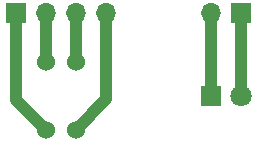
<source format=gbr>
G04 #@! TF.GenerationSoftware,KiCad,Pcbnew,7.0.2-0*
G04 #@! TF.CreationDate,2023-08-02T16:30:41+09:00*
G04 #@! TF.ProjectId,touch_board2,746f7563-685f-4626-9f61-7264322e6b69,rev?*
G04 #@! TF.SameCoordinates,Original*
G04 #@! TF.FileFunction,Copper,L1,Top*
G04 #@! TF.FilePolarity,Positive*
%FSLAX46Y46*%
G04 Gerber Fmt 4.6, Leading zero omitted, Abs format (unit mm)*
G04 Created by KiCad (PCBNEW 7.0.2-0) date 2023-08-02 16:30:41*
%MOMM*%
%LPD*%
G01*
G04 APERTURE LIST*
G04 #@! TA.AperFunction,ComponentPad*
%ADD10C,1.524000*%
G04 #@! TD*
G04 #@! TA.AperFunction,ComponentPad*
%ADD11R,1.700000X1.700000*%
G04 #@! TD*
G04 #@! TA.AperFunction,ComponentPad*
%ADD12O,1.700000X1.700000*%
G04 #@! TD*
G04 #@! TA.AperFunction,ComponentPad*
%ADD13R,1.800000X1.800000*%
G04 #@! TD*
G04 #@! TA.AperFunction,ComponentPad*
%ADD14C,1.800000*%
G04 #@! TD*
G04 #@! TA.AperFunction,Conductor*
%ADD15C,1.000000*%
G04 #@! TD*
G04 APERTURE END LIST*
D10*
X131730000Y-111875000D03*
X134270000Y-111875000D03*
X134270000Y-106125000D03*
X131730000Y-106125000D03*
D11*
X129200000Y-102000000D03*
D12*
X131740000Y-102000000D03*
X134280000Y-102000000D03*
X136820000Y-102000000D03*
D11*
X148275000Y-102000000D03*
D12*
X145735000Y-102000000D03*
D13*
X145700000Y-109000000D03*
D14*
X148240000Y-109000000D03*
D15*
X145735000Y-108965000D02*
X145700000Y-109000000D01*
X145735000Y-102000000D02*
X145735000Y-108965000D01*
X129200000Y-109345000D02*
X131730000Y-111875000D01*
X129200000Y-102000000D02*
X129200000Y-109345000D01*
X148275000Y-102000000D02*
X148275000Y-108965000D01*
X148275000Y-108965000D02*
X148240000Y-109000000D01*
X136820000Y-102000000D02*
X136820000Y-109325000D01*
X136820000Y-109325000D02*
X134270000Y-111875000D01*
X134280000Y-106115000D02*
X134270000Y-106125000D01*
X134280000Y-102000000D02*
X134280000Y-106115000D01*
X131730000Y-106125000D02*
X131730000Y-102010000D01*
X131730000Y-102010000D02*
X131740000Y-102000000D01*
M02*

</source>
